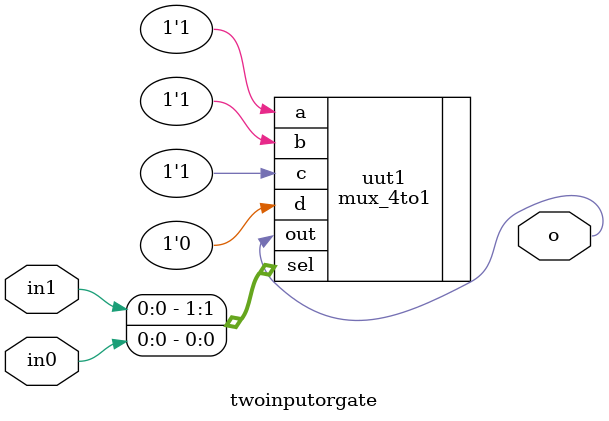
<source format=v>
module twoinputorgate(
    input in0,
    input in1,
    output o
    );
    
    mux_4to1 uut1 (.a(1'b1), .b(1'b1), .c(1'b1), .d(1'b0), .sel({in1,in0}), .out(o));
    
endmodule

</source>
